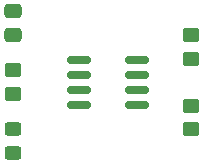
<source format=gbr>
%TF.GenerationSoftware,KiCad,Pcbnew,(6.0.8)*%
%TF.CreationDate,2023-01-21T17:58:08-05:00*%
%TF.ProjectId,Blinky 5.0,426c696e-6b79-4203-952e-302e6b696361,rev?*%
%TF.SameCoordinates,Original*%
%TF.FileFunction,Paste,Top*%
%TF.FilePolarity,Positive*%
%FSLAX46Y46*%
G04 Gerber Fmt 4.6, Leading zero omitted, Abs format (unit mm)*
G04 Created by KiCad (PCBNEW (6.0.8)) date 2023-01-21 17:58:08*
%MOMM*%
%LPD*%
G01*
G04 APERTURE LIST*
G04 Aperture macros list*
%AMRoundRect*
0 Rectangle with rounded corners*
0 $1 Rounding radius*
0 $2 $3 $4 $5 $6 $7 $8 $9 X,Y pos of 4 corners*
0 Add a 4 corners polygon primitive as box body*
4,1,4,$2,$3,$4,$5,$6,$7,$8,$9,$2,$3,0*
0 Add four circle primitives for the rounded corners*
1,1,$1+$1,$2,$3*
1,1,$1+$1,$4,$5*
1,1,$1+$1,$6,$7*
1,1,$1+$1,$8,$9*
0 Add four rect primitives between the rounded corners*
20,1,$1+$1,$2,$3,$4,$5,0*
20,1,$1+$1,$4,$5,$6,$7,0*
20,1,$1+$1,$6,$7,$8,$9,0*
20,1,$1+$1,$8,$9,$2,$3,0*%
G04 Aperture macros list end*
%ADD10RoundRect,0.150000X-0.825000X-0.150000X0.825000X-0.150000X0.825000X0.150000X-0.825000X0.150000X0*%
%ADD11RoundRect,0.250000X-0.450000X0.350000X-0.450000X-0.350000X0.450000X-0.350000X0.450000X0.350000X0*%
%ADD12RoundRect,0.250000X0.450000X-0.325000X0.450000X0.325000X-0.450000X0.325000X-0.450000X-0.325000X0*%
%ADD13RoundRect,0.250000X0.475000X-0.337500X0.475000X0.337500X-0.475000X0.337500X-0.475000X-0.337500X0*%
G04 APERTURE END LIST*
D10*
%TO.C,U1*%
X144525000Y-95095000D03*
X144525000Y-96365000D03*
X144525000Y-97635000D03*
X144525000Y-98905000D03*
X149475000Y-98905000D03*
X149475000Y-97635000D03*
X149475000Y-96365000D03*
X149475000Y-95095000D03*
%TD*%
D11*
%TO.C,R3*%
X139000000Y-98000000D03*
X139000000Y-96000000D03*
%TD*%
%TO.C,R2*%
X154000000Y-99000000D03*
X154000000Y-101000000D03*
%TD*%
%TO.C,R1*%
X154000000Y-95000000D03*
X154000000Y-93000000D03*
%TD*%
D12*
%TO.C,D1*%
X139000000Y-100975000D03*
X139000000Y-103025000D03*
%TD*%
D13*
%TO.C,C1*%
X139000000Y-90962500D03*
X139000000Y-93037500D03*
%TD*%
M02*

</source>
